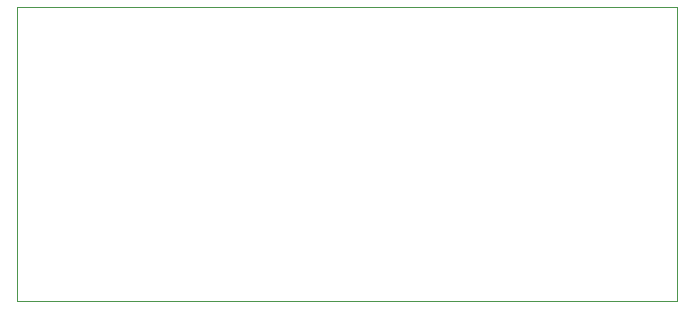
<source format=gbr>
%TF.GenerationSoftware,KiCad,Pcbnew,(5.1.6)-1*%
%TF.CreationDate,2020-10-29T00:16:49-05:00*%
%TF.ProjectId,VS1000BreakoutV2,56533130-3030-4427-9265-616b6f757456,rev?*%
%TF.SameCoordinates,Original*%
%TF.FileFunction,Profile,NP*%
%FSLAX46Y46*%
G04 Gerber Fmt 4.6, Leading zero omitted, Abs format (unit mm)*
G04 Created by KiCad (PCBNEW (5.1.6)-1) date 2020-10-29 00:16:49*
%MOMM*%
%LPD*%
G01*
G04 APERTURE LIST*
%TA.AperFunction,Profile*%
%ADD10C,0.050000*%
%TD*%
G04 APERTURE END LIST*
D10*
X141097000Y-129032000D02*
X141097000Y-126873000D01*
X85217000Y-129032000D02*
X141097000Y-129032000D01*
X85217000Y-127000000D02*
X85217000Y-129032000D01*
X85217000Y-104140000D02*
X87630000Y-104140000D01*
X85217000Y-106680000D02*
X85217000Y-104140000D01*
X141097000Y-104140000D02*
X141097000Y-106680000D01*
X87630000Y-104140000D02*
X141097000Y-104140000D01*
X85217000Y-106680000D02*
X85217000Y-127000000D01*
X141097000Y-126873000D02*
X141097000Y-106680000D01*
M02*

</source>
